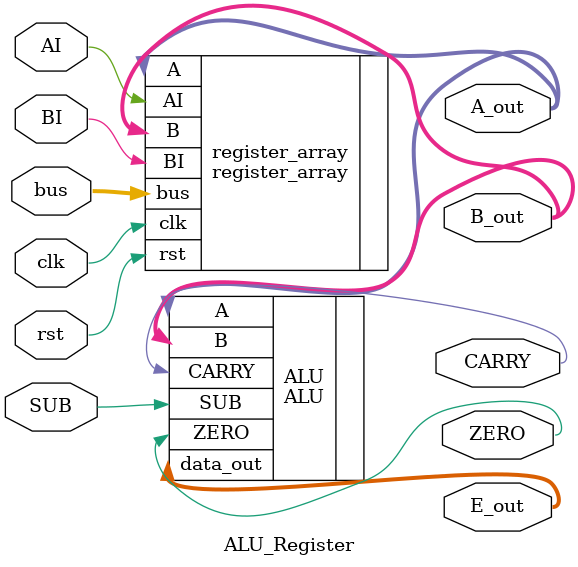
<source format=v>
module ALU_Register (
	input clk,
	input rst,
	
	input [7:0] bus,
	
	// Control signals registers
	input AI,
	input BI,
	
	input SUB,
	
	// Flags
	output CARRY,
	output ZERO,
	
	// Output
	output [7:0] A_out,
	output [7:0] B_out,
	output [7:0] E_out
	);
	
	ALU ALU(
		.A(A_out),
		.B(B_out),
		
		.SUB(SUB),
		
		.data_out(E_out),
		
		.CARRY(CARRY),
		.ZERO(ZERO)
	);

	
	register_array register_array(
		.clk(clk),
		.rst(rst),

		.bus(bus),
		
		.AI(AI),
		.BI(BI),
		
		.A(A_out),
		.B(B_out)
	);
	

endmodule
	
</source>
